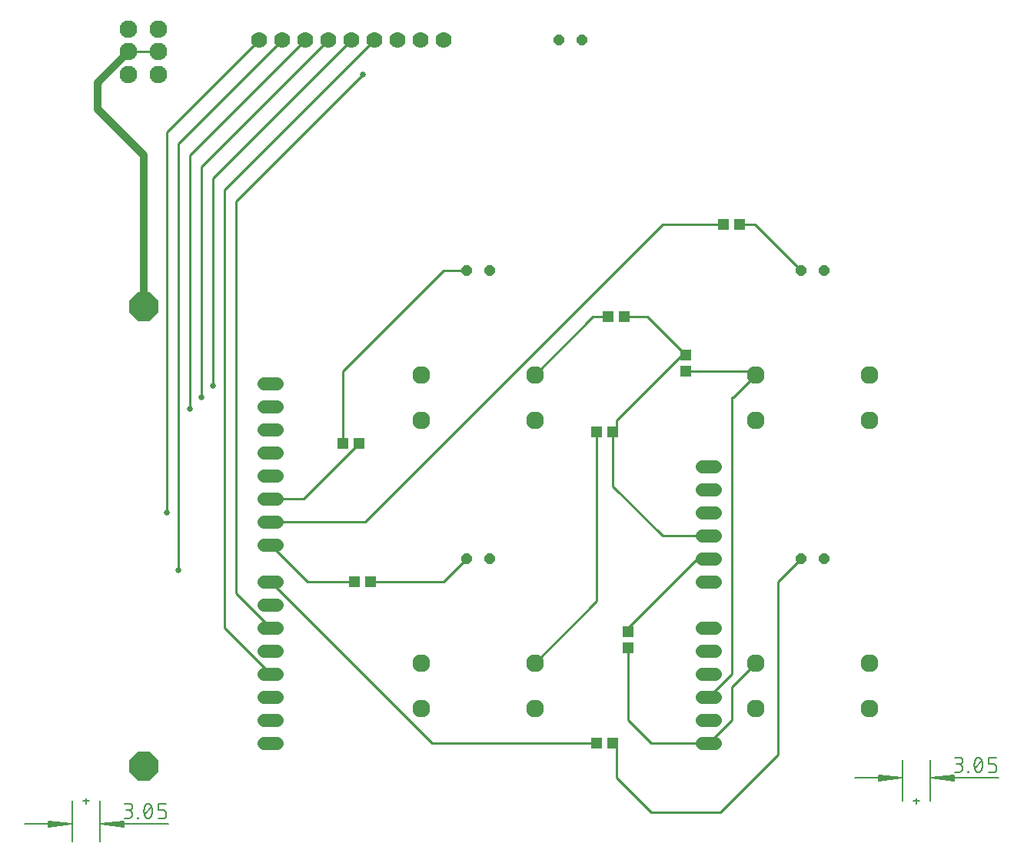
<source format=gbr>
G04 EAGLE Gerber RS-274X export*
G75*
%MOMM*%
%FSLAX34Y34*%
%LPD*%
%INTop Copper*%
%IPPOS*%
%AMOC8*
5,1,8,0,0,1.08239X$1,22.5*%
G01*
%ADD10C,0.130000*%
%ADD11C,0.152400*%
%ADD12P,3.409096X8X112.500000*%
%ADD13C,1.422400*%
%ADD14C,1.778000*%
%ADD15P,1.231672X8X22.500000*%
%ADD16R,1.143000X1.270000*%
%ADD17R,1.270000X1.143000*%
%ADD18C,1.960000*%
%ADD19C,1.930400*%
%ADD20C,0.254000*%
%ADD21C,0.654800*%
%ADD22C,0.812800*%


D10*
X66040Y50800D02*
X66040Y5900D01*
X35560Y5900D02*
X35560Y50800D01*
X34910Y25400D02*
X-16440Y25400D01*
X66690Y25400D02*
X141668Y25400D01*
X92040Y28592D02*
X66690Y25400D01*
X92040Y28592D02*
X92040Y22208D01*
X66690Y25400D01*
X92040Y26700D01*
X92040Y24100D02*
X66690Y25400D01*
X92040Y28000D01*
X92040Y22800D02*
X66690Y25400D01*
X34910Y25400D02*
X9560Y28592D01*
X9560Y22208D01*
X34910Y25400D01*
X9560Y26700D01*
X9560Y24100D02*
X34910Y25400D01*
X9560Y28000D01*
X9560Y22800D02*
X34910Y25400D01*
X50800Y47608D02*
X50800Y53992D01*
X47608Y50800D02*
X53992Y50800D01*
D11*
X92802Y31907D02*
X97318Y31907D01*
X97451Y31909D01*
X97583Y31915D01*
X97715Y31925D01*
X97847Y31938D01*
X97979Y31956D01*
X98109Y31977D01*
X98240Y32002D01*
X98369Y32031D01*
X98497Y32064D01*
X98625Y32100D01*
X98751Y32140D01*
X98876Y32184D01*
X99000Y32232D01*
X99122Y32283D01*
X99243Y32338D01*
X99362Y32396D01*
X99480Y32458D01*
X99595Y32523D01*
X99709Y32592D01*
X99820Y32663D01*
X99929Y32739D01*
X100036Y32817D01*
X100141Y32898D01*
X100243Y32983D01*
X100343Y33070D01*
X100440Y33160D01*
X100535Y33253D01*
X100626Y33349D01*
X100715Y33447D01*
X100801Y33548D01*
X100884Y33652D01*
X100964Y33758D01*
X101040Y33866D01*
X101114Y33976D01*
X101184Y34089D01*
X101251Y34203D01*
X101314Y34320D01*
X101374Y34438D01*
X101431Y34558D01*
X101484Y34680D01*
X101533Y34803D01*
X101579Y34927D01*
X101621Y35053D01*
X101659Y35180D01*
X101694Y35308D01*
X101725Y35437D01*
X101752Y35566D01*
X101775Y35697D01*
X101795Y35828D01*
X101810Y35960D01*
X101822Y36092D01*
X101830Y36224D01*
X101834Y36357D01*
X101834Y36489D01*
X101830Y36622D01*
X101822Y36754D01*
X101810Y36886D01*
X101795Y37018D01*
X101775Y37149D01*
X101752Y37280D01*
X101725Y37409D01*
X101694Y37538D01*
X101659Y37666D01*
X101621Y37793D01*
X101579Y37919D01*
X101533Y38043D01*
X101484Y38166D01*
X101431Y38288D01*
X101374Y38408D01*
X101314Y38526D01*
X101251Y38643D01*
X101184Y38757D01*
X101114Y38870D01*
X101040Y38980D01*
X100964Y39088D01*
X100884Y39194D01*
X100801Y39298D01*
X100715Y39399D01*
X100626Y39497D01*
X100535Y39593D01*
X100440Y39686D01*
X100343Y39776D01*
X100243Y39863D01*
X100141Y39948D01*
X100036Y40029D01*
X99929Y40107D01*
X99820Y40183D01*
X99709Y40254D01*
X99595Y40323D01*
X99480Y40388D01*
X99362Y40450D01*
X99243Y40508D01*
X99122Y40563D01*
X99000Y40614D01*
X98876Y40662D01*
X98751Y40706D01*
X98625Y40746D01*
X98497Y40782D01*
X98369Y40815D01*
X98240Y40844D01*
X98109Y40869D01*
X97979Y40890D01*
X97847Y40908D01*
X97715Y40921D01*
X97583Y40931D01*
X97451Y40937D01*
X97318Y40939D01*
X98221Y48163D02*
X92802Y48163D01*
X98221Y48163D02*
X98340Y48161D01*
X98460Y48155D01*
X98579Y48145D01*
X98697Y48131D01*
X98816Y48114D01*
X98933Y48092D01*
X99050Y48067D01*
X99165Y48037D01*
X99280Y48004D01*
X99394Y47967D01*
X99506Y47927D01*
X99617Y47882D01*
X99726Y47834D01*
X99834Y47783D01*
X99940Y47728D01*
X100044Y47669D01*
X100146Y47607D01*
X100246Y47542D01*
X100344Y47473D01*
X100440Y47401D01*
X100533Y47326D01*
X100623Y47249D01*
X100711Y47168D01*
X100796Y47084D01*
X100878Y46997D01*
X100958Y46908D01*
X101034Y46816D01*
X101108Y46722D01*
X101178Y46625D01*
X101245Y46527D01*
X101309Y46426D01*
X101369Y46322D01*
X101426Y46217D01*
X101479Y46110D01*
X101529Y46002D01*
X101575Y45892D01*
X101617Y45780D01*
X101656Y45667D01*
X101691Y45553D01*
X101722Y45438D01*
X101750Y45321D01*
X101773Y45204D01*
X101793Y45087D01*
X101809Y44968D01*
X101821Y44849D01*
X101829Y44730D01*
X101833Y44611D01*
X101833Y44491D01*
X101829Y44372D01*
X101821Y44253D01*
X101809Y44134D01*
X101793Y44015D01*
X101773Y43898D01*
X101750Y43781D01*
X101722Y43664D01*
X101691Y43549D01*
X101656Y43435D01*
X101617Y43322D01*
X101575Y43210D01*
X101529Y43100D01*
X101479Y42992D01*
X101426Y42885D01*
X101369Y42780D01*
X101309Y42676D01*
X101245Y42575D01*
X101178Y42477D01*
X101108Y42380D01*
X101034Y42286D01*
X100958Y42194D01*
X100878Y42105D01*
X100796Y42018D01*
X100711Y41934D01*
X100623Y41853D01*
X100533Y41776D01*
X100440Y41701D01*
X100344Y41629D01*
X100246Y41560D01*
X100146Y41495D01*
X100044Y41433D01*
X99940Y41374D01*
X99834Y41319D01*
X99726Y41268D01*
X99617Y41220D01*
X99506Y41175D01*
X99394Y41135D01*
X99280Y41098D01*
X99165Y41065D01*
X99050Y41035D01*
X98933Y41010D01*
X98816Y40988D01*
X98697Y40971D01*
X98579Y40957D01*
X98460Y40947D01*
X98340Y40941D01*
X98221Y40939D01*
X98221Y40938D02*
X94608Y40938D01*
X107808Y32810D02*
X107808Y31907D01*
X107808Y32810D02*
X108711Y32810D01*
X108711Y31907D01*
X107808Y31907D01*
X114686Y40035D02*
X114690Y40355D01*
X114701Y40674D01*
X114720Y40994D01*
X114747Y41312D01*
X114781Y41630D01*
X114823Y41947D01*
X114873Y42263D01*
X114930Y42578D01*
X114994Y42891D01*
X115066Y43203D01*
X115145Y43513D01*
X115232Y43820D01*
X115326Y44126D01*
X115427Y44429D01*
X115536Y44730D01*
X115651Y45028D01*
X115774Y45324D01*
X115904Y45616D01*
X116041Y45905D01*
X116040Y45906D02*
X116079Y46014D01*
X116122Y46121D01*
X116168Y46226D01*
X116219Y46330D01*
X116272Y46432D01*
X116329Y46532D01*
X116390Y46630D01*
X116454Y46725D01*
X116521Y46819D01*
X116592Y46910D01*
X116665Y46999D01*
X116742Y47085D01*
X116821Y47168D01*
X116903Y47249D01*
X116988Y47327D01*
X117076Y47401D01*
X117166Y47473D01*
X117258Y47541D01*
X117353Y47607D01*
X117450Y47669D01*
X117549Y47727D01*
X117651Y47783D01*
X117753Y47834D01*
X117858Y47882D01*
X117964Y47927D01*
X118072Y47968D01*
X118181Y48005D01*
X118291Y48038D01*
X118403Y48067D01*
X118515Y48093D01*
X118628Y48115D01*
X118742Y48132D01*
X118856Y48146D01*
X118971Y48156D01*
X119086Y48162D01*
X119201Y48164D01*
X119201Y48163D02*
X119316Y48161D01*
X119431Y48155D01*
X119546Y48145D01*
X119660Y48131D01*
X119774Y48114D01*
X119887Y48092D01*
X119999Y48066D01*
X120111Y48037D01*
X120221Y48004D01*
X120330Y47967D01*
X120438Y47926D01*
X120544Y47881D01*
X120649Y47833D01*
X120751Y47782D01*
X120852Y47726D01*
X120952Y47668D01*
X121049Y47606D01*
X121143Y47541D01*
X121236Y47472D01*
X121326Y47400D01*
X121414Y47326D01*
X121499Y47248D01*
X121581Y47167D01*
X121660Y47084D01*
X121737Y46998D01*
X121810Y46909D01*
X121881Y46818D01*
X121948Y46724D01*
X122012Y46629D01*
X122073Y46531D01*
X122130Y46431D01*
X122183Y46329D01*
X122234Y46225D01*
X122280Y46120D01*
X122323Y46013D01*
X122362Y45905D01*
X122499Y45616D01*
X122629Y45324D01*
X122752Y45028D01*
X122867Y44730D01*
X122976Y44429D01*
X123077Y44126D01*
X123171Y43820D01*
X123258Y43513D01*
X123337Y43203D01*
X123409Y42891D01*
X123473Y42578D01*
X123530Y42263D01*
X123580Y41947D01*
X123622Y41630D01*
X123656Y41312D01*
X123683Y40994D01*
X123702Y40674D01*
X123713Y40355D01*
X123717Y40035D01*
X114686Y40035D02*
X114690Y39715D01*
X114701Y39396D01*
X114720Y39076D01*
X114747Y38758D01*
X114781Y38440D01*
X114823Y38123D01*
X114873Y37807D01*
X114930Y37492D01*
X114994Y37179D01*
X115066Y36867D01*
X115145Y36557D01*
X115232Y36250D01*
X115326Y35944D01*
X115427Y35641D01*
X115536Y35340D01*
X115651Y35042D01*
X115774Y34746D01*
X115904Y34454D01*
X116041Y34165D01*
X116040Y34165D02*
X116079Y34057D01*
X116122Y33950D01*
X116168Y33845D01*
X116219Y33741D01*
X116272Y33639D01*
X116329Y33539D01*
X116390Y33441D01*
X116454Y33346D01*
X116521Y33252D01*
X116592Y33161D01*
X116665Y33072D01*
X116742Y32986D01*
X116821Y32903D01*
X116903Y32822D01*
X116988Y32744D01*
X117076Y32670D01*
X117166Y32598D01*
X117259Y32529D01*
X117353Y32464D01*
X117450Y32402D01*
X117550Y32344D01*
X117651Y32288D01*
X117753Y32237D01*
X117858Y32189D01*
X117964Y32144D01*
X118072Y32103D01*
X118181Y32066D01*
X118291Y32033D01*
X118403Y32004D01*
X118515Y31978D01*
X118628Y31956D01*
X118742Y31939D01*
X118856Y31925D01*
X118971Y31915D01*
X119086Y31909D01*
X119201Y31907D01*
X122361Y34165D02*
X122498Y34454D01*
X122628Y34746D01*
X122751Y35042D01*
X122866Y35340D01*
X122975Y35641D01*
X123076Y35944D01*
X123170Y36250D01*
X123257Y36557D01*
X123336Y36867D01*
X123408Y37179D01*
X123472Y37492D01*
X123529Y37807D01*
X123579Y38123D01*
X123621Y38440D01*
X123655Y38758D01*
X123682Y39076D01*
X123701Y39396D01*
X123712Y39715D01*
X123716Y40035D01*
X122362Y34165D02*
X122323Y34057D01*
X122280Y33950D01*
X122234Y33845D01*
X122183Y33741D01*
X122130Y33639D01*
X122073Y33539D01*
X122012Y33441D01*
X121948Y33346D01*
X121881Y33252D01*
X121810Y33161D01*
X121737Y33072D01*
X121660Y32986D01*
X121581Y32903D01*
X121499Y32822D01*
X121414Y32744D01*
X121326Y32670D01*
X121236Y32598D01*
X121143Y32529D01*
X121049Y32464D01*
X120952Y32402D01*
X120852Y32344D01*
X120751Y32288D01*
X120648Y32237D01*
X120544Y32189D01*
X120438Y32144D01*
X120330Y32103D01*
X120221Y32066D01*
X120111Y32033D01*
X119999Y32004D01*
X119887Y31978D01*
X119774Y31956D01*
X119660Y31939D01*
X119546Y31925D01*
X119431Y31915D01*
X119316Y31909D01*
X119201Y31907D01*
X115589Y35519D02*
X122814Y44551D01*
X130317Y31907D02*
X135736Y31907D01*
X135854Y31909D01*
X135972Y31915D01*
X136090Y31924D01*
X136207Y31938D01*
X136324Y31955D01*
X136441Y31976D01*
X136556Y32001D01*
X136671Y32030D01*
X136785Y32063D01*
X136897Y32099D01*
X137008Y32139D01*
X137118Y32182D01*
X137227Y32229D01*
X137334Y32279D01*
X137439Y32334D01*
X137542Y32391D01*
X137643Y32452D01*
X137743Y32516D01*
X137840Y32583D01*
X137935Y32653D01*
X138027Y32727D01*
X138118Y32803D01*
X138205Y32883D01*
X138290Y32965D01*
X138372Y33050D01*
X138452Y33137D01*
X138528Y33228D01*
X138602Y33320D01*
X138672Y33415D01*
X138739Y33512D01*
X138803Y33612D01*
X138864Y33713D01*
X138921Y33816D01*
X138976Y33921D01*
X139026Y34028D01*
X139073Y34137D01*
X139116Y34247D01*
X139156Y34358D01*
X139192Y34470D01*
X139225Y34584D01*
X139254Y34699D01*
X139279Y34814D01*
X139300Y34931D01*
X139317Y35048D01*
X139331Y35165D01*
X139340Y35283D01*
X139346Y35401D01*
X139348Y35519D01*
X139348Y37326D01*
X139346Y37444D01*
X139340Y37562D01*
X139331Y37680D01*
X139317Y37797D01*
X139300Y37914D01*
X139279Y38031D01*
X139254Y38146D01*
X139225Y38261D01*
X139192Y38375D01*
X139156Y38487D01*
X139116Y38598D01*
X139073Y38708D01*
X139026Y38817D01*
X138976Y38924D01*
X138921Y39029D01*
X138864Y39132D01*
X138803Y39233D01*
X138739Y39333D01*
X138672Y39430D01*
X138602Y39525D01*
X138528Y39617D01*
X138452Y39708D01*
X138372Y39795D01*
X138290Y39880D01*
X138205Y39962D01*
X138118Y40042D01*
X138027Y40118D01*
X137935Y40192D01*
X137840Y40262D01*
X137743Y40329D01*
X137643Y40393D01*
X137542Y40454D01*
X137439Y40511D01*
X137334Y40566D01*
X137227Y40616D01*
X137118Y40663D01*
X137008Y40706D01*
X136897Y40746D01*
X136785Y40782D01*
X136671Y40815D01*
X136556Y40844D01*
X136441Y40869D01*
X136324Y40890D01*
X136207Y40907D01*
X136090Y40921D01*
X135972Y40930D01*
X135854Y40936D01*
X135736Y40938D01*
X130317Y40938D01*
X130317Y48163D01*
X139348Y48163D01*
D10*
X949960Y50800D02*
X949960Y95700D01*
X980440Y95700D02*
X980440Y50800D01*
X949310Y76200D02*
X897960Y76200D01*
X981090Y76200D02*
X1056068Y76200D01*
X949310Y76200D02*
X923960Y79392D01*
X923960Y73008D01*
X949310Y76200D01*
X923960Y77500D01*
X923960Y74900D02*
X949310Y76200D01*
X923960Y78800D01*
X923960Y73600D02*
X949310Y76200D01*
X981090Y76200D02*
X1006440Y79392D01*
X1006440Y73008D01*
X981090Y76200D01*
X1006440Y77500D01*
X1006440Y74900D02*
X981090Y76200D01*
X1006440Y78800D01*
X1006440Y73600D02*
X981090Y76200D01*
X965200Y53992D02*
X965200Y47608D01*
X962008Y50800D02*
X968392Y50800D01*
D11*
X1007202Y82707D02*
X1011718Y82707D01*
X1011851Y82709D01*
X1011983Y82715D01*
X1012115Y82725D01*
X1012247Y82738D01*
X1012379Y82756D01*
X1012509Y82777D01*
X1012640Y82802D01*
X1012769Y82831D01*
X1012897Y82864D01*
X1013025Y82900D01*
X1013151Y82940D01*
X1013276Y82984D01*
X1013400Y83032D01*
X1013522Y83083D01*
X1013643Y83138D01*
X1013762Y83196D01*
X1013880Y83258D01*
X1013995Y83323D01*
X1014109Y83392D01*
X1014220Y83463D01*
X1014329Y83539D01*
X1014436Y83617D01*
X1014541Y83698D01*
X1014643Y83783D01*
X1014743Y83870D01*
X1014840Y83960D01*
X1014935Y84053D01*
X1015026Y84149D01*
X1015115Y84247D01*
X1015201Y84348D01*
X1015284Y84452D01*
X1015364Y84558D01*
X1015440Y84666D01*
X1015514Y84776D01*
X1015584Y84889D01*
X1015651Y85003D01*
X1015714Y85120D01*
X1015774Y85238D01*
X1015831Y85358D01*
X1015884Y85480D01*
X1015933Y85603D01*
X1015979Y85727D01*
X1016021Y85853D01*
X1016059Y85980D01*
X1016094Y86108D01*
X1016125Y86237D01*
X1016152Y86366D01*
X1016175Y86497D01*
X1016195Y86628D01*
X1016210Y86760D01*
X1016222Y86892D01*
X1016230Y87024D01*
X1016234Y87157D01*
X1016234Y87289D01*
X1016230Y87422D01*
X1016222Y87554D01*
X1016210Y87686D01*
X1016195Y87818D01*
X1016175Y87949D01*
X1016152Y88080D01*
X1016125Y88209D01*
X1016094Y88338D01*
X1016059Y88466D01*
X1016021Y88593D01*
X1015979Y88719D01*
X1015933Y88843D01*
X1015884Y88966D01*
X1015831Y89088D01*
X1015774Y89208D01*
X1015714Y89326D01*
X1015651Y89443D01*
X1015584Y89557D01*
X1015514Y89670D01*
X1015440Y89780D01*
X1015364Y89888D01*
X1015284Y89994D01*
X1015201Y90098D01*
X1015115Y90199D01*
X1015026Y90297D01*
X1014935Y90393D01*
X1014840Y90486D01*
X1014743Y90576D01*
X1014643Y90663D01*
X1014541Y90748D01*
X1014436Y90829D01*
X1014329Y90907D01*
X1014220Y90983D01*
X1014109Y91054D01*
X1013995Y91123D01*
X1013880Y91188D01*
X1013762Y91250D01*
X1013643Y91308D01*
X1013522Y91363D01*
X1013400Y91414D01*
X1013276Y91462D01*
X1013151Y91506D01*
X1013025Y91546D01*
X1012897Y91582D01*
X1012769Y91615D01*
X1012640Y91644D01*
X1012509Y91669D01*
X1012379Y91690D01*
X1012247Y91708D01*
X1012115Y91721D01*
X1011983Y91731D01*
X1011851Y91737D01*
X1011718Y91739D01*
X1012621Y98963D02*
X1007202Y98963D01*
X1012621Y98963D02*
X1012740Y98961D01*
X1012860Y98955D01*
X1012979Y98945D01*
X1013097Y98931D01*
X1013216Y98914D01*
X1013333Y98892D01*
X1013450Y98867D01*
X1013565Y98837D01*
X1013680Y98804D01*
X1013794Y98767D01*
X1013906Y98727D01*
X1014017Y98682D01*
X1014126Y98634D01*
X1014234Y98583D01*
X1014340Y98528D01*
X1014444Y98469D01*
X1014546Y98407D01*
X1014646Y98342D01*
X1014744Y98273D01*
X1014840Y98201D01*
X1014933Y98126D01*
X1015023Y98049D01*
X1015111Y97968D01*
X1015196Y97884D01*
X1015278Y97797D01*
X1015358Y97708D01*
X1015434Y97616D01*
X1015508Y97522D01*
X1015578Y97425D01*
X1015645Y97327D01*
X1015709Y97226D01*
X1015769Y97122D01*
X1015826Y97017D01*
X1015879Y96910D01*
X1015929Y96802D01*
X1015975Y96692D01*
X1016017Y96580D01*
X1016056Y96467D01*
X1016091Y96353D01*
X1016122Y96238D01*
X1016150Y96121D01*
X1016173Y96004D01*
X1016193Y95887D01*
X1016209Y95768D01*
X1016221Y95649D01*
X1016229Y95530D01*
X1016233Y95411D01*
X1016233Y95291D01*
X1016229Y95172D01*
X1016221Y95053D01*
X1016209Y94934D01*
X1016193Y94815D01*
X1016173Y94698D01*
X1016150Y94581D01*
X1016122Y94464D01*
X1016091Y94349D01*
X1016056Y94235D01*
X1016017Y94122D01*
X1015975Y94010D01*
X1015929Y93900D01*
X1015879Y93792D01*
X1015826Y93685D01*
X1015769Y93580D01*
X1015709Y93476D01*
X1015645Y93375D01*
X1015578Y93277D01*
X1015508Y93180D01*
X1015434Y93086D01*
X1015358Y92994D01*
X1015278Y92905D01*
X1015196Y92818D01*
X1015111Y92734D01*
X1015023Y92653D01*
X1014933Y92576D01*
X1014840Y92501D01*
X1014744Y92429D01*
X1014646Y92360D01*
X1014546Y92295D01*
X1014444Y92233D01*
X1014340Y92174D01*
X1014234Y92119D01*
X1014126Y92068D01*
X1014017Y92020D01*
X1013906Y91975D01*
X1013794Y91935D01*
X1013680Y91898D01*
X1013565Y91865D01*
X1013450Y91835D01*
X1013333Y91810D01*
X1013216Y91788D01*
X1013097Y91771D01*
X1012979Y91757D01*
X1012860Y91747D01*
X1012740Y91741D01*
X1012621Y91739D01*
X1012621Y91738D02*
X1009008Y91738D01*
X1022208Y83610D02*
X1022208Y82707D01*
X1022208Y83610D02*
X1023111Y83610D01*
X1023111Y82707D01*
X1022208Y82707D01*
X1029086Y90835D02*
X1029090Y91155D01*
X1029101Y91474D01*
X1029120Y91794D01*
X1029147Y92112D01*
X1029181Y92430D01*
X1029223Y92747D01*
X1029273Y93063D01*
X1029330Y93378D01*
X1029394Y93691D01*
X1029466Y94003D01*
X1029545Y94313D01*
X1029632Y94620D01*
X1029726Y94926D01*
X1029827Y95229D01*
X1029936Y95530D01*
X1030051Y95828D01*
X1030174Y96124D01*
X1030304Y96416D01*
X1030441Y96705D01*
X1030440Y96706D02*
X1030479Y96814D01*
X1030522Y96921D01*
X1030568Y97026D01*
X1030619Y97130D01*
X1030672Y97232D01*
X1030729Y97332D01*
X1030790Y97430D01*
X1030854Y97525D01*
X1030921Y97619D01*
X1030992Y97710D01*
X1031065Y97799D01*
X1031142Y97885D01*
X1031221Y97968D01*
X1031303Y98049D01*
X1031388Y98127D01*
X1031476Y98201D01*
X1031566Y98273D01*
X1031658Y98341D01*
X1031753Y98407D01*
X1031850Y98469D01*
X1031949Y98527D01*
X1032051Y98583D01*
X1032153Y98634D01*
X1032258Y98682D01*
X1032364Y98727D01*
X1032472Y98768D01*
X1032581Y98805D01*
X1032691Y98838D01*
X1032803Y98867D01*
X1032915Y98893D01*
X1033028Y98915D01*
X1033142Y98932D01*
X1033256Y98946D01*
X1033371Y98956D01*
X1033486Y98962D01*
X1033601Y98964D01*
X1033601Y98963D02*
X1033716Y98961D01*
X1033831Y98955D01*
X1033946Y98945D01*
X1034060Y98931D01*
X1034174Y98914D01*
X1034287Y98892D01*
X1034399Y98866D01*
X1034511Y98837D01*
X1034621Y98804D01*
X1034730Y98767D01*
X1034838Y98726D01*
X1034944Y98681D01*
X1035049Y98633D01*
X1035151Y98582D01*
X1035252Y98526D01*
X1035352Y98468D01*
X1035449Y98406D01*
X1035543Y98341D01*
X1035636Y98272D01*
X1035726Y98200D01*
X1035814Y98126D01*
X1035899Y98048D01*
X1035981Y97967D01*
X1036060Y97884D01*
X1036137Y97798D01*
X1036210Y97709D01*
X1036281Y97618D01*
X1036348Y97524D01*
X1036412Y97429D01*
X1036473Y97331D01*
X1036530Y97231D01*
X1036583Y97129D01*
X1036634Y97025D01*
X1036680Y96920D01*
X1036723Y96813D01*
X1036762Y96705D01*
X1036899Y96416D01*
X1037029Y96124D01*
X1037152Y95828D01*
X1037267Y95530D01*
X1037376Y95229D01*
X1037477Y94926D01*
X1037571Y94620D01*
X1037658Y94313D01*
X1037737Y94003D01*
X1037809Y93691D01*
X1037873Y93378D01*
X1037930Y93063D01*
X1037980Y92747D01*
X1038022Y92430D01*
X1038056Y92112D01*
X1038083Y91794D01*
X1038102Y91474D01*
X1038113Y91155D01*
X1038117Y90835D01*
X1029086Y90835D02*
X1029090Y90515D01*
X1029101Y90196D01*
X1029120Y89876D01*
X1029147Y89558D01*
X1029181Y89240D01*
X1029223Y88923D01*
X1029273Y88607D01*
X1029330Y88292D01*
X1029394Y87979D01*
X1029466Y87667D01*
X1029545Y87357D01*
X1029632Y87050D01*
X1029726Y86744D01*
X1029827Y86441D01*
X1029936Y86140D01*
X1030051Y85842D01*
X1030174Y85546D01*
X1030304Y85254D01*
X1030441Y84965D01*
X1030440Y84965D02*
X1030479Y84857D01*
X1030522Y84750D01*
X1030568Y84645D01*
X1030619Y84541D01*
X1030672Y84439D01*
X1030729Y84339D01*
X1030790Y84241D01*
X1030854Y84146D01*
X1030921Y84052D01*
X1030992Y83961D01*
X1031065Y83872D01*
X1031142Y83786D01*
X1031221Y83703D01*
X1031303Y83622D01*
X1031388Y83544D01*
X1031476Y83470D01*
X1031566Y83398D01*
X1031659Y83329D01*
X1031753Y83264D01*
X1031850Y83202D01*
X1031950Y83144D01*
X1032051Y83088D01*
X1032153Y83037D01*
X1032258Y82989D01*
X1032364Y82944D01*
X1032472Y82903D01*
X1032581Y82866D01*
X1032691Y82833D01*
X1032803Y82804D01*
X1032915Y82778D01*
X1033028Y82756D01*
X1033142Y82739D01*
X1033256Y82725D01*
X1033371Y82715D01*
X1033486Y82709D01*
X1033601Y82707D01*
X1036761Y84965D02*
X1036898Y85254D01*
X1037028Y85546D01*
X1037151Y85842D01*
X1037266Y86140D01*
X1037375Y86441D01*
X1037476Y86744D01*
X1037570Y87050D01*
X1037657Y87357D01*
X1037736Y87667D01*
X1037808Y87979D01*
X1037872Y88292D01*
X1037929Y88607D01*
X1037979Y88923D01*
X1038021Y89240D01*
X1038055Y89558D01*
X1038082Y89876D01*
X1038101Y90196D01*
X1038112Y90515D01*
X1038116Y90835D01*
X1036762Y84965D02*
X1036723Y84857D01*
X1036680Y84750D01*
X1036634Y84645D01*
X1036583Y84541D01*
X1036530Y84439D01*
X1036473Y84339D01*
X1036412Y84241D01*
X1036348Y84146D01*
X1036281Y84052D01*
X1036210Y83961D01*
X1036137Y83872D01*
X1036060Y83786D01*
X1035981Y83703D01*
X1035899Y83622D01*
X1035814Y83544D01*
X1035726Y83470D01*
X1035636Y83398D01*
X1035543Y83329D01*
X1035449Y83264D01*
X1035352Y83202D01*
X1035252Y83144D01*
X1035151Y83088D01*
X1035048Y83037D01*
X1034944Y82989D01*
X1034838Y82944D01*
X1034730Y82903D01*
X1034621Y82866D01*
X1034511Y82833D01*
X1034399Y82804D01*
X1034287Y82778D01*
X1034174Y82756D01*
X1034060Y82739D01*
X1033946Y82725D01*
X1033831Y82715D01*
X1033716Y82709D01*
X1033601Y82707D01*
X1029989Y86319D02*
X1037214Y95351D01*
X1044717Y82707D02*
X1050136Y82707D01*
X1050254Y82709D01*
X1050372Y82715D01*
X1050490Y82724D01*
X1050607Y82738D01*
X1050724Y82755D01*
X1050841Y82776D01*
X1050956Y82801D01*
X1051071Y82830D01*
X1051185Y82863D01*
X1051297Y82899D01*
X1051408Y82939D01*
X1051518Y82982D01*
X1051627Y83029D01*
X1051734Y83079D01*
X1051839Y83134D01*
X1051942Y83191D01*
X1052043Y83252D01*
X1052143Y83316D01*
X1052240Y83383D01*
X1052335Y83453D01*
X1052427Y83527D01*
X1052518Y83603D01*
X1052605Y83683D01*
X1052690Y83765D01*
X1052772Y83850D01*
X1052852Y83937D01*
X1052928Y84028D01*
X1053002Y84120D01*
X1053072Y84215D01*
X1053139Y84312D01*
X1053203Y84412D01*
X1053264Y84513D01*
X1053321Y84616D01*
X1053376Y84721D01*
X1053426Y84828D01*
X1053473Y84937D01*
X1053516Y85047D01*
X1053556Y85158D01*
X1053592Y85270D01*
X1053625Y85384D01*
X1053654Y85499D01*
X1053679Y85614D01*
X1053700Y85731D01*
X1053717Y85848D01*
X1053731Y85965D01*
X1053740Y86083D01*
X1053746Y86201D01*
X1053748Y86319D01*
X1053748Y88126D01*
X1053746Y88244D01*
X1053740Y88362D01*
X1053731Y88480D01*
X1053717Y88597D01*
X1053700Y88714D01*
X1053679Y88831D01*
X1053654Y88946D01*
X1053625Y89061D01*
X1053592Y89175D01*
X1053556Y89287D01*
X1053516Y89398D01*
X1053473Y89508D01*
X1053426Y89617D01*
X1053376Y89724D01*
X1053321Y89829D01*
X1053264Y89932D01*
X1053203Y90033D01*
X1053139Y90133D01*
X1053072Y90230D01*
X1053002Y90325D01*
X1052928Y90417D01*
X1052852Y90508D01*
X1052772Y90595D01*
X1052690Y90680D01*
X1052605Y90762D01*
X1052518Y90842D01*
X1052427Y90918D01*
X1052335Y90992D01*
X1052240Y91062D01*
X1052143Y91129D01*
X1052043Y91193D01*
X1051942Y91254D01*
X1051839Y91311D01*
X1051734Y91366D01*
X1051627Y91416D01*
X1051518Y91463D01*
X1051408Y91506D01*
X1051297Y91546D01*
X1051185Y91582D01*
X1051071Y91615D01*
X1050956Y91644D01*
X1050841Y91669D01*
X1050724Y91690D01*
X1050607Y91707D01*
X1050490Y91721D01*
X1050372Y91730D01*
X1050254Y91736D01*
X1050136Y91738D01*
X1044717Y91738D01*
X1044717Y98963D01*
X1053748Y98963D01*
D12*
X114300Y88900D03*
X114300Y595630D03*
D13*
X246888Y510540D02*
X261112Y510540D01*
X261112Y485140D02*
X246888Y485140D01*
X246888Y459740D02*
X261112Y459740D01*
X261112Y434340D02*
X246888Y434340D01*
X246888Y408940D02*
X261112Y408940D01*
X261112Y383540D02*
X246888Y383540D01*
X246888Y358140D02*
X261112Y358140D01*
X261112Y332740D02*
X246888Y332740D01*
X246888Y292100D02*
X261112Y292100D01*
X261112Y266700D02*
X246888Y266700D01*
X246888Y241300D02*
X261112Y241300D01*
X261112Y215900D02*
X246888Y215900D01*
X246888Y190500D02*
X261112Y190500D01*
X261112Y165100D02*
X246888Y165100D01*
X246888Y139700D02*
X261112Y139700D01*
X261112Y114300D02*
X246888Y114300D01*
X729488Y419100D02*
X743712Y419100D01*
X743712Y393700D02*
X729488Y393700D01*
X729488Y368300D02*
X743712Y368300D01*
X743712Y342900D02*
X729488Y342900D01*
X729488Y317500D02*
X743712Y317500D01*
X743712Y292100D02*
X729488Y292100D01*
X729488Y241300D02*
X743712Y241300D01*
X743712Y215900D02*
X729488Y215900D01*
X729488Y190500D02*
X743712Y190500D01*
X743712Y165100D02*
X729488Y165100D01*
X729488Y139700D02*
X743712Y139700D01*
X743712Y114300D02*
X729488Y114300D01*
D14*
X444500Y889000D03*
X419100Y889000D03*
X393700Y889000D03*
X368300Y889000D03*
X342900Y889000D03*
X317500Y889000D03*
X292100Y889000D03*
X266700Y889000D03*
X241300Y889000D03*
D15*
X469900Y635000D03*
X495300Y635000D03*
X838200Y635000D03*
X863600Y635000D03*
X469900Y317500D03*
X495300Y317500D03*
X838200Y317500D03*
X863600Y317500D03*
X571500Y889000D03*
X596900Y889000D03*
D16*
X334010Y444500D03*
X351790Y444500D03*
X631190Y114300D03*
X613410Y114300D03*
X626110Y584200D03*
X643890Y584200D03*
D17*
X711200Y524510D03*
X711200Y542290D03*
D16*
X613410Y457200D03*
X631190Y457200D03*
D17*
X647700Y219710D03*
X647700Y237490D03*
D16*
X364490Y292100D03*
X346710Y292100D03*
X770890Y685800D03*
X753110Y685800D03*
D18*
X545100Y520300D03*
X545100Y470300D03*
X420100Y470300D03*
X420100Y520300D03*
X913400Y520300D03*
X913400Y470300D03*
X788400Y470300D03*
X788400Y520300D03*
X545100Y202800D03*
X545100Y152800D03*
X420100Y152800D03*
X420100Y202800D03*
X913400Y202800D03*
X913400Y152800D03*
X788400Y152800D03*
X788400Y202800D03*
D19*
X97800Y851300D03*
X97800Y876300D03*
X97800Y901300D03*
X130800Y851300D03*
X130800Y876300D03*
X130800Y901300D03*
D20*
X669290Y584200D02*
X711200Y542290D01*
X669290Y584200D02*
X643890Y584200D01*
X635000Y461010D02*
X631190Y457200D01*
X635000Y461010D02*
X635000Y469900D01*
X707390Y542290D01*
X711200Y542290D01*
X631190Y457200D02*
X631190Y397510D01*
X685800Y342900D01*
X736600Y342900D01*
X736600Y317500D02*
X723900Y317500D01*
X647700Y241300D01*
X647700Y237490D01*
X139700Y787400D02*
X241300Y889000D01*
D21*
X139700Y368300D03*
D20*
X139700Y787400D01*
X165100Y762000D02*
X292100Y889000D01*
X165100Y762000D02*
X165100Y482600D01*
D21*
X165100Y482600D03*
D20*
X190500Y736600D02*
X342900Y889000D01*
X190500Y736600D02*
X190500Y508000D01*
D21*
X190500Y508000D03*
D20*
X152400Y774700D02*
X266700Y889000D01*
X152400Y774700D02*
X152400Y304800D01*
D21*
X152400Y304800D03*
X177800Y495300D03*
D20*
X177800Y749300D01*
X317500Y889000D01*
X368300Y889000D02*
X203200Y723900D01*
X203200Y241300D01*
X254000Y190500D01*
X444500Y635000D02*
X469900Y635000D01*
X444500Y635000D02*
X334010Y524510D01*
X334010Y444500D01*
X364490Y292100D02*
X444500Y292100D01*
X469900Y317500D01*
X770890Y685800D02*
X787400Y685800D01*
X838200Y635000D01*
X631190Y114300D02*
X635000Y110490D01*
X635000Y76200D01*
X673100Y38100D01*
X749300Y38100D01*
X812800Y101600D01*
X812800Y292100D02*
X838200Y317500D01*
X812800Y292100D02*
X812800Y101600D01*
X613410Y114300D02*
X431800Y114300D01*
X254000Y292100D01*
X290830Y383540D02*
X351790Y444500D01*
X290830Y383540D02*
X254000Y383540D01*
X254000Y332740D02*
X294640Y292100D01*
X346710Y292100D01*
X358140Y358140D02*
X254000Y358140D01*
X358140Y358140D02*
X685800Y685800D01*
X753110Y685800D01*
X254000Y241300D02*
X215900Y279400D01*
X215900Y711200D01*
X355600Y850900D01*
D21*
X355600Y850900D03*
D20*
X647700Y219710D02*
X647700Y139700D01*
X673100Y114300D01*
X736600Y114300D01*
X762000Y176400D02*
X788400Y202800D01*
X762000Y139700D02*
X736600Y114300D01*
X762000Y139700D02*
X762000Y176400D01*
X613410Y271110D02*
X613410Y457200D01*
X613410Y271110D02*
X545100Y202800D01*
X711200Y524510D02*
X784190Y524510D01*
X788400Y520300D01*
X763400Y495300D01*
X762000Y495300D01*
X762000Y190500D02*
X736600Y165100D01*
X762000Y190500D02*
X762000Y495300D01*
X609000Y584200D02*
X545100Y520300D01*
X609000Y584200D02*
X626110Y584200D01*
D22*
X114300Y595630D02*
X114300Y762000D01*
X63500Y812800D01*
X63500Y842000D01*
X97800Y876300D01*
D20*
X130800Y876300D01*
M02*

</source>
